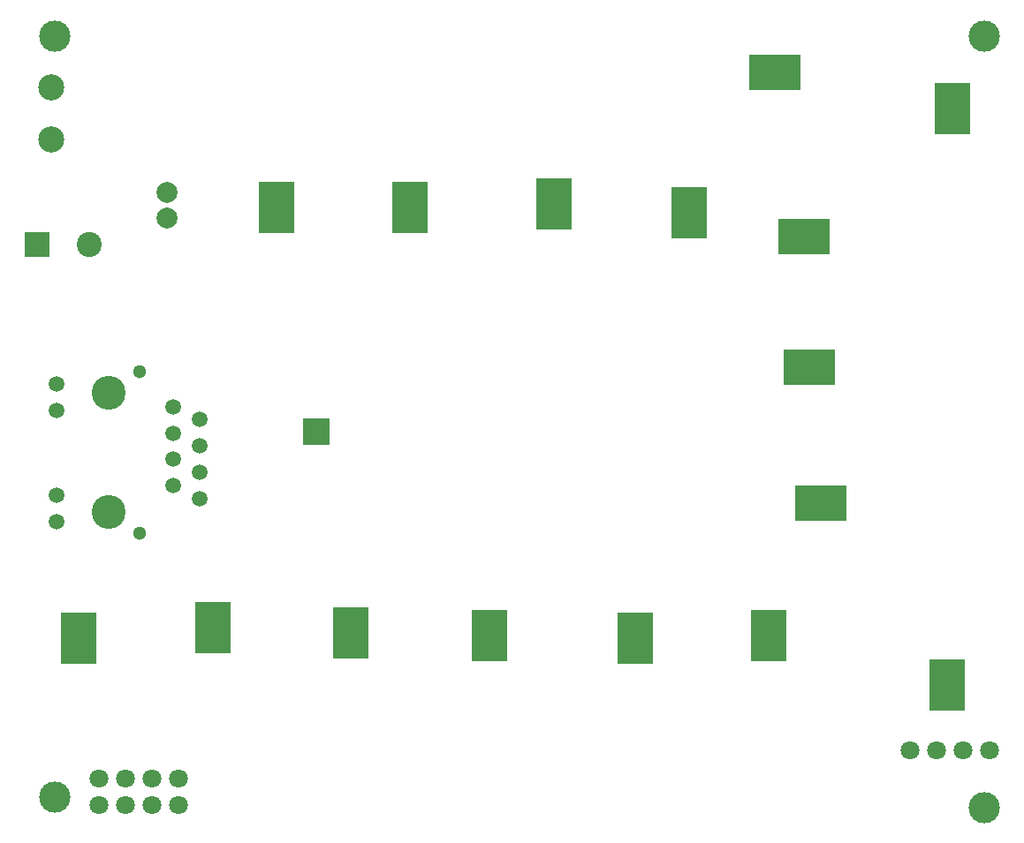
<source format=gbr>
G04 #@! TF.FileFunction,Soldermask,Bot*
%FSLAX46Y46*%
G04 Gerber Fmt 4.6, Leading zero omitted, Abs format (unit mm)*
G04 Created by KiCad (PCBNEW 4.0.7) date 11/21/18 10:10:23*
%MOMM*%
%LPD*%
G01*
G04 APERTURE LIST*
%ADD10C,0.050000*%
%ADD11R,3.000000X3.000000*%
%ADD12C,0.300000*%
%ADD13R,3.400000X5.000000*%
%ADD14C,3.000000*%
%ADD15R,5.000000X3.400000*%
%ADD16R,2.499360X2.499360*%
%ADD17C,1.500000*%
%ADD18C,3.250000*%
%ADD19C,1.300000*%
%ADD20C,2.500000*%
%ADD21R,2.400000X2.400000*%
%ADD22C,2.400000*%
%ADD23C,1.800000*%
%ADD24C,2.000000*%
G04 APERTURE END LIST*
D10*
D11*
X152750000Y-75000000D03*
D12*
X152750000Y-77200000D03*
X151650000Y-77200000D03*
X153850000Y-77200000D03*
X153850000Y-72800000D03*
X151650000Y-72800000D03*
X152750000Y-72800000D03*
X152750000Y-73900000D03*
X151650000Y-73900000D03*
X153850000Y-73900000D03*
X153850000Y-76100000D03*
X151650000Y-76100000D03*
X152750000Y-76100000D03*
D13*
X152750000Y-75000000D03*
D12*
X152750000Y-75000000D03*
X151650000Y-75000000D03*
X153850000Y-75000000D03*
D11*
X113250000Y-74500000D03*
D12*
X113250000Y-76700000D03*
X112150000Y-76700000D03*
X114350000Y-76700000D03*
X114350000Y-72300000D03*
X112150000Y-72300000D03*
X113250000Y-72300000D03*
X113250000Y-73400000D03*
X112150000Y-73400000D03*
X114350000Y-73400000D03*
X114350000Y-75600000D03*
X112150000Y-75600000D03*
X113250000Y-75600000D03*
D13*
X113250000Y-74500000D03*
D12*
X113250000Y-74500000D03*
X112150000Y-74500000D03*
X114350000Y-74500000D03*
D14*
X92000000Y-131000000D03*
X92000000Y-58000000D03*
X181000000Y-132000000D03*
X181000000Y-58000000D03*
D11*
X139800000Y-74100000D03*
D12*
X139800000Y-76300000D03*
X138700000Y-76300000D03*
X140900000Y-76300000D03*
X140900000Y-71900000D03*
X138700000Y-71900000D03*
X139800000Y-71900000D03*
X139800000Y-73000000D03*
X138700000Y-73000000D03*
X140900000Y-73000000D03*
X140900000Y-75200000D03*
X138700000Y-75200000D03*
X139800000Y-75200000D03*
D13*
X139800000Y-74100000D03*
D12*
X139800000Y-74100000D03*
X138700000Y-74100000D03*
X140900000Y-74100000D03*
D11*
X126000000Y-74500000D03*
D12*
X126000000Y-76700000D03*
X124900000Y-76700000D03*
X127100000Y-76700000D03*
X127100000Y-72300000D03*
X124900000Y-72300000D03*
X126000000Y-72300000D03*
X126000000Y-73400000D03*
X124900000Y-73400000D03*
X127100000Y-73400000D03*
X127100000Y-75600000D03*
X124900000Y-75600000D03*
X126000000Y-75600000D03*
D13*
X126000000Y-74500000D03*
D12*
X126000000Y-74500000D03*
X124900000Y-74500000D03*
X127100000Y-74500000D03*
D11*
X164250000Y-89750000D03*
D12*
X162050000Y-89750000D03*
X162050000Y-88650000D03*
X162050000Y-90850000D03*
X166450000Y-90850000D03*
X166450000Y-88650000D03*
X166450000Y-89750000D03*
X165350000Y-89750000D03*
X165350000Y-88650000D03*
X165350000Y-90850000D03*
X163150000Y-90850000D03*
X163150000Y-88650000D03*
X163150000Y-89750000D03*
D15*
X164250000Y-89750000D03*
D12*
X164250000Y-89750000D03*
X164250000Y-88650000D03*
X164250000Y-90850000D03*
D11*
X163750000Y-77250000D03*
D12*
X161550000Y-77250000D03*
X161550000Y-76150000D03*
X161550000Y-78350000D03*
X165950000Y-78350000D03*
X165950000Y-76150000D03*
X165950000Y-77250000D03*
X164850000Y-77250000D03*
X164850000Y-76150000D03*
X164850000Y-78350000D03*
X162650000Y-78350000D03*
X162650000Y-76150000D03*
X162650000Y-77250000D03*
D15*
X163750000Y-77250000D03*
D12*
X163750000Y-77250000D03*
X163750000Y-76150000D03*
X163750000Y-78350000D03*
D11*
X178000000Y-65000000D03*
D12*
X178000000Y-67200000D03*
X176900000Y-67200000D03*
X179100000Y-67200000D03*
X179100000Y-62800000D03*
X176900000Y-62800000D03*
X178000000Y-62800000D03*
X178000000Y-63900000D03*
X176900000Y-63900000D03*
X179100000Y-63900000D03*
X179100000Y-66100000D03*
X176900000Y-66100000D03*
X178000000Y-66100000D03*
D13*
X178000000Y-65000000D03*
D12*
X178000000Y-65000000D03*
X176900000Y-65000000D03*
X179100000Y-65000000D03*
D11*
X161000000Y-61500000D03*
D12*
X163200000Y-61500000D03*
X163200000Y-62600000D03*
X163200000Y-60400000D03*
X158800000Y-60400000D03*
X158800000Y-62600000D03*
X158800000Y-61500000D03*
X159900000Y-61500000D03*
X159900000Y-62600000D03*
X159900000Y-60400000D03*
X162100000Y-60400000D03*
X162100000Y-62600000D03*
X162100000Y-61500000D03*
D15*
X161000000Y-61500000D03*
D12*
X161000000Y-61500000D03*
X161000000Y-62600000D03*
X161000000Y-60400000D03*
D11*
X147600000Y-115800000D03*
D12*
X147600000Y-113600000D03*
X148700000Y-113600000D03*
X146500000Y-113600000D03*
X146500000Y-118000000D03*
X148700000Y-118000000D03*
X147600000Y-118000000D03*
X147600000Y-116900000D03*
X148700000Y-116900000D03*
X146500000Y-116900000D03*
X146500000Y-114700000D03*
X148700000Y-114700000D03*
X147600000Y-114700000D03*
D13*
X147600000Y-115800000D03*
D12*
X147600000Y-115800000D03*
X148700000Y-115800000D03*
X146500000Y-115800000D03*
D11*
X160400000Y-115500000D03*
D12*
X160400000Y-113300000D03*
X161500000Y-113300000D03*
X159300000Y-113300000D03*
X159300000Y-117700000D03*
X161500000Y-117700000D03*
X160400000Y-117700000D03*
X160400000Y-116600000D03*
X161500000Y-116600000D03*
X159300000Y-116600000D03*
X159300000Y-114400000D03*
X161500000Y-114400000D03*
X160400000Y-114400000D03*
D13*
X160400000Y-115500000D03*
D12*
X160400000Y-115500000D03*
X161500000Y-115500000D03*
X159300000Y-115500000D03*
D11*
X177500000Y-120300000D03*
D12*
X177500000Y-122500000D03*
X176400000Y-122500000D03*
X178600000Y-122500000D03*
X178600000Y-118100000D03*
X176400000Y-118100000D03*
X177500000Y-118100000D03*
X177500000Y-119200000D03*
X176400000Y-119200000D03*
X178600000Y-119200000D03*
X178600000Y-121400000D03*
X176400000Y-121400000D03*
X177500000Y-121400000D03*
D13*
X177500000Y-120300000D03*
D12*
X177500000Y-120300000D03*
X176400000Y-120300000D03*
X178600000Y-120300000D03*
D11*
X165400000Y-102800000D03*
D12*
X163200000Y-102800000D03*
X163200000Y-101700000D03*
X163200000Y-103900000D03*
X167600000Y-103900000D03*
X167600000Y-101700000D03*
X167600000Y-102800000D03*
X166500000Y-102800000D03*
X166500000Y-101700000D03*
X166500000Y-103900000D03*
X164300000Y-103900000D03*
X164300000Y-101700000D03*
X164300000Y-102800000D03*
D15*
X165400000Y-102800000D03*
D12*
X165400000Y-102800000D03*
X165400000Y-101700000D03*
X165400000Y-103900000D03*
D11*
X107100000Y-114800000D03*
D12*
X107100000Y-112600000D03*
X108200000Y-112600000D03*
X106000000Y-112600000D03*
X106000000Y-117000000D03*
X108200000Y-117000000D03*
X107100000Y-117000000D03*
X107100000Y-115900000D03*
X108200000Y-115900000D03*
X106000000Y-115900000D03*
X106000000Y-113700000D03*
X108200000Y-113700000D03*
X107100000Y-113700000D03*
D13*
X107100000Y-114800000D03*
D12*
X107100000Y-114800000D03*
X108200000Y-114800000D03*
X106000000Y-114800000D03*
D11*
X120300000Y-115300000D03*
D12*
X120300000Y-113100000D03*
X121400000Y-113100000D03*
X119200000Y-113100000D03*
X119200000Y-117500000D03*
X121400000Y-117500000D03*
X120300000Y-117500000D03*
X120300000Y-116400000D03*
X121400000Y-116400000D03*
X119200000Y-116400000D03*
X119200000Y-114200000D03*
X121400000Y-114200000D03*
X120300000Y-114200000D03*
D13*
X120300000Y-115300000D03*
D12*
X120300000Y-115300000D03*
X121400000Y-115300000D03*
X119200000Y-115300000D03*
D11*
X133600000Y-115500000D03*
D12*
X133600000Y-113300000D03*
X134700000Y-113300000D03*
X132500000Y-113300000D03*
X132500000Y-117700000D03*
X134700000Y-117700000D03*
X133600000Y-117700000D03*
X133600000Y-116600000D03*
X134700000Y-116600000D03*
X132500000Y-116600000D03*
X132500000Y-114400000D03*
X134700000Y-114400000D03*
X133600000Y-114400000D03*
D13*
X133600000Y-115500000D03*
D12*
X133600000Y-115500000D03*
X134700000Y-115500000D03*
X132500000Y-115500000D03*
D16*
X117000000Y-96000000D03*
D17*
X92100000Y-91375000D03*
X92100000Y-93915000D03*
X92100000Y-102085000D03*
X92100000Y-104625000D03*
X103350000Y-93560000D03*
X103350000Y-98630000D03*
X103350000Y-96100000D03*
X103350000Y-101170000D03*
X105890000Y-94820000D03*
X105890000Y-99900000D03*
X105890000Y-97360000D03*
D18*
X97132080Y-103715000D03*
X97132080Y-92285000D03*
D19*
X100050000Y-90255000D03*
X100050000Y-105745000D03*
D17*
X105890000Y-102440000D03*
D20*
X91660000Y-62970000D03*
X91660000Y-67970000D03*
D21*
X90250000Y-78000000D03*
D22*
X95250000Y-78000000D03*
D23*
X173900000Y-126500000D03*
X176440000Y-126500000D03*
X181509840Y-126500000D03*
X178969840Y-126500000D03*
X98730000Y-129230000D03*
X96190000Y-129230000D03*
X101270000Y-129230000D03*
X103810000Y-129230000D03*
X103810000Y-131770000D03*
X101270000Y-131770000D03*
X96190000Y-131770000D03*
X98730000Y-131770000D03*
D11*
X94250000Y-115750000D03*
D12*
X94250000Y-113550000D03*
X95350000Y-113550000D03*
X93150000Y-113550000D03*
X93150000Y-117950000D03*
X95350000Y-117950000D03*
X94250000Y-117950000D03*
X94250000Y-116850000D03*
X95350000Y-116850000D03*
X93150000Y-116850000D03*
X93150000Y-114650000D03*
X95350000Y-114650000D03*
X94250000Y-114650000D03*
D13*
X94250000Y-115750000D03*
D12*
X94250000Y-115750000D03*
X95350000Y-115750000D03*
X93150000Y-115750000D03*
D24*
X102750000Y-73000000D03*
X102750000Y-75500000D03*
M02*

</source>
